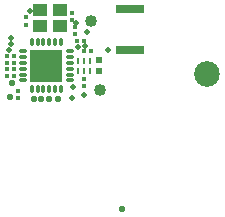
<source format=gts>
%FSLAX24Y24*%
%MOIN*%
G70*
G01*
G75*
G04 Layer_Color=8388736*
%ADD10R,0.0197X0.0197*%
%ADD11O,0.0295X0.0118*%
%ADD12O,0.0118X0.0295*%
%ADD13R,0.1102X0.1102*%
%ADD14R,0.0945X0.0295*%
%ADD15R,0.0098X0.0217*%
%ADD16R,0.0118X0.0118*%
%ADD17R,0.0118X0.0118*%
%ADD18R,0.0472X0.0394*%
%ADD19R,0.0472X0.0394*%
%ADD20C,0.0060*%
%ADD21C,0.0100*%
%ADD22C,0.0080*%
%ADD23C,0.0200*%
%ADD24C,0.0090*%
%ADD25C,0.0853*%
%ADD26C,0.0400*%
%ADD27C,0.0200*%
%ADD28C,0.0220*%
%ADD29C,0.1014*%
%ADD30C,0.0490*%
%ADD31C,0.0300*%
%ADD32C,0.0320*%
%ADD33C,0.0318*%
%ADD34R,0.0197X0.0197*%
%ADD35R,0.0060X0.0079*%
%ADD36R,0.0079X0.0060*%
%ADD37R,0.0335X0.0512*%
%ADD38R,0.0591X0.0197*%
%ADD39C,0.0097*%
G04:AMPARAMS|DCode=40|XSize=7.9mil|YSize=23.6mil|CornerRadius=0mil|HoleSize=0mil|Usage=FLASHONLY|Rotation=270.000|XOffset=0mil|YOffset=0mil|HoleType=Round|Shape=Octagon|*
%AMOCTAGOND40*
4,1,8,0.0118,0.0020,0.0118,-0.0020,0.0098,-0.0039,-0.0098,-0.0039,-0.0118,-0.0020,-0.0118,0.0020,-0.0098,0.0039,0.0098,0.0039,0.0118,0.0020,0.0*
%
%ADD40OCTAGOND40*%

%ADD41O,0.0276X0.0079*%
G04:AMPARAMS|DCode=42|XSize=7.9mil|YSize=23.6mil|CornerRadius=0mil|HoleSize=0mil|Usage=FLASHONLY|Rotation=0.000|XOffset=0mil|YOffset=0mil|HoleType=Round|Shape=Octagon|*
%AMOCTAGOND42*
4,1,8,-0.0020,0.0118,0.0020,0.0118,0.0039,0.0098,0.0039,-0.0098,0.0020,-0.0118,-0.0020,-0.0118,-0.0039,-0.0098,-0.0039,0.0098,-0.0020,0.0118,0.0*
%
%ADD42OCTAGOND42*%

G04:AMPARAMS|DCode=43|XSize=7.9mil|YSize=27.6mil|CornerRadius=2mil|HoleSize=0mil|Usage=FLASHONLY|Rotation=0.000|XOffset=0mil|YOffset=0mil|HoleType=Round|Shape=RoundedRectangle|*
%AMROUNDEDRECTD43*
21,1,0.0079,0.0236,0,0,0.0*
21,1,0.0039,0.0276,0,0,0.0*
1,1,0.0039,0.0020,-0.0118*
1,1,0.0039,-0.0020,-0.0118*
1,1,0.0039,-0.0020,0.0118*
1,1,0.0039,0.0020,0.0118*
%
%ADD43ROUNDEDRECTD43*%
%ADD44O,0.0079X0.0276*%
D10*
X18390Y17223D02*
D03*
Y17617D02*
D03*
D11*
X17437Y16918D02*
D03*
X15863Y17902D02*
D03*
X17437D02*
D03*
Y17705D02*
D03*
Y17508D02*
D03*
Y17312D02*
D03*
Y17115D02*
D03*
X15863Y16918D02*
D03*
Y17115D02*
D03*
Y17312D02*
D03*
Y17508D02*
D03*
Y17705D02*
D03*
D12*
X16158Y18197D02*
D03*
X17142Y16623D02*
D03*
X16945D02*
D03*
X16748D02*
D03*
X16552D02*
D03*
X16355D02*
D03*
Y18197D02*
D03*
X16552D02*
D03*
X16748D02*
D03*
X16945D02*
D03*
X17142D02*
D03*
X16158Y16623D02*
D03*
D13*
X16650Y17410D02*
D03*
D14*
X19430Y19288D02*
D03*
Y17930D02*
D03*
D15*
X17706Y17245D02*
D03*
Y17580D02*
D03*
X17903Y17245D02*
D03*
X18100D02*
D03*
Y17580D02*
D03*
X17903D02*
D03*
D16*
X17500Y19168D02*
D03*
Y18932D02*
D03*
X15980Y19018D02*
D03*
Y18782D02*
D03*
X17590Y18688D02*
D03*
Y18452D02*
D03*
X17900Y16732D02*
D03*
Y16968D02*
D03*
X15700Y16332D02*
D03*
Y16568D02*
D03*
D17*
X18148Y17910D02*
D03*
X17912D02*
D03*
X15342Y17730D02*
D03*
X15578D02*
D03*
Y17510D02*
D03*
X15342D02*
D03*
Y17290D02*
D03*
X15578D02*
D03*
X17918Y18250D02*
D03*
X17682D02*
D03*
X15578Y17060D02*
D03*
X15342D02*
D03*
D18*
X16430Y19252D02*
D03*
X17099D02*
D03*
Y18740D02*
D03*
D19*
X16430D02*
D03*
D25*
X22020Y17150D02*
D03*
D26*
X18150Y18890D02*
D03*
X18440Y16610D02*
D03*
D27*
X17990Y18540D02*
D03*
X17650Y18830D02*
D03*
X18690Y17940D02*
D03*
X17530Y16690D02*
D03*
X17070Y18740D02*
D03*
X16328Y17002D02*
D03*
X15460Y18350D02*
D03*
X17520Y16330D02*
D03*
X15400Y17920D02*
D03*
X16420Y17620D02*
D03*
X16910Y17210D02*
D03*
X16940Y17610D02*
D03*
X16110Y19250D02*
D03*
X15460Y18130D02*
D03*
X17890Y16450D02*
D03*
X17930Y18080D02*
D03*
X17690Y18020D02*
D03*
D28*
X15450Y16360D02*
D03*
X15500Y16820D02*
D03*
X19160Y12650D02*
D03*
X16750Y16290D02*
D03*
X17040Y16300D02*
D03*
X16480D02*
D03*
X16230D02*
D03*
M02*

</source>
